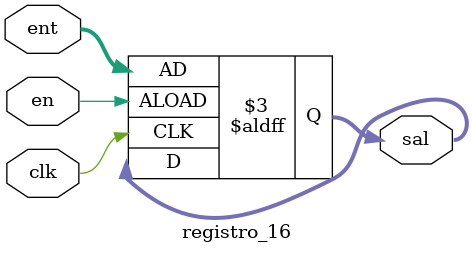
<source format=v>
`timescale 1ns / 1ps

module registro_16(clk, en, ent, sal);
	parameter n = 16;
	input clk, en;
	input [n-1:0] ent;
	output reg [n-1:0] sal; 
			
	always @ (posedge clk or posedge en)
		begin 
			if (en == 1)
				sal <= ent;	
		end

endmodule


</source>
